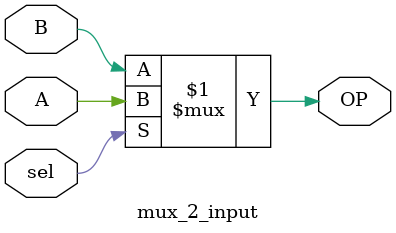
<source format=v>
`timescale 1ns / 1ps

module mux_2_input (
	output OP, 
	input  A, B, sel);	 

        assign OP= (sel)? A : B;     

		
endmodule

</source>
